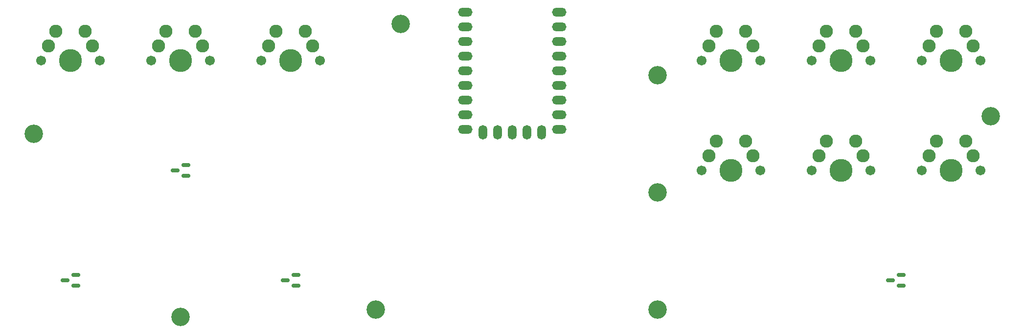
<source format=gbr>
%TF.GenerationSoftware,KiCad,Pcbnew,7.0.9*%
%TF.CreationDate,2024-01-30T16:44:38+01:00*%
%TF.ProjectId,tm-gamepad,746d2d67-616d-4657-9061-642e6b696361,rev?*%
%TF.SameCoordinates,Original*%
%TF.FileFunction,Soldermask,Bot*%
%TF.FilePolarity,Negative*%
%FSLAX46Y46*%
G04 Gerber Fmt 4.6, Leading zero omitted, Abs format (unit mm)*
G04 Created by KiCad (PCBNEW 7.0.9) date 2024-01-30 16:44:38*
%MOMM*%
%LPD*%
G01*
G04 APERTURE LIST*
G04 Aperture macros list*
%AMRoundRect*
0 Rectangle with rounded corners*
0 $1 Rounding radius*
0 $2 $3 $4 $5 $6 $7 $8 $9 X,Y pos of 4 corners*
0 Add a 4 corners polygon primitive as box body*
4,1,4,$2,$3,$4,$5,$6,$7,$8,$9,$2,$3,0*
0 Add four circle primitives for the rounded corners*
1,1,$1+$1,$2,$3*
1,1,$1+$1,$4,$5*
1,1,$1+$1,$6,$7*
1,1,$1+$1,$8,$9*
0 Add four rect primitives between the rounded corners*
20,1,$1+$1,$2,$3,$4,$5,0*
20,1,$1+$1,$4,$5,$6,$7,0*
20,1,$1+$1,$6,$7,$8,$9,0*
20,1,$1+$1,$8,$9,$2,$3,0*%
G04 Aperture macros list end*
%ADD10O,2.500000X1.500000*%
%ADD11O,1.500000X2.500000*%
%ADD12C,3.200000*%
%ADD13C,2.286000*%
%ADD14C,3.987800*%
%ADD15C,1.701800*%
%ADD16RoundRect,0.150000X0.587500X0.150000X-0.587500X0.150000X-0.587500X-0.150000X0.587500X-0.150000X0*%
G04 APERTURE END LIST*
D10*
%TO.C,U5*%
X124334000Y-37063000D03*
X124334000Y-39603000D03*
X124334000Y-42143000D03*
X124334000Y-44683000D03*
X124334000Y-47223000D03*
X124334000Y-49763000D03*
X124334000Y-52303000D03*
X124334000Y-54843000D03*
X124334000Y-57383000D03*
D11*
X127374000Y-57883000D03*
X129914000Y-57883000D03*
X132454000Y-57883000D03*
X134994000Y-57883000D03*
X137534000Y-57883000D03*
D10*
X140574000Y-57383000D03*
X140574000Y-54843000D03*
X140574000Y-52303000D03*
X140574000Y-49763000D03*
X140574000Y-47223000D03*
X140574000Y-44683000D03*
X140574000Y-42143000D03*
X140574000Y-39603000D03*
X140574000Y-37063000D03*
%TD*%
D12*
%TO.C,REF\u002A\u002A*%
X108832000Y-88625000D03*
%TD*%
%TO.C,REF\u002A\u002A*%
X157600000Y-88625000D03*
%TD*%
%TO.C,REF\u002A\u002A*%
X157600000Y-68305000D03*
%TD*%
%TO.C,REF\u002A\u002A*%
X157600000Y-47985000D03*
%TD*%
%TO.C,REF\u002A\u002A*%
X113150000Y-39095000D03*
%TD*%
%TO.C,REF\u002A\u002A*%
X75050000Y-89895000D03*
%TD*%
%TO.C,REF\u002A\u002A*%
X49650000Y-58145000D03*
%TD*%
%TO.C,REF\u002A\u002A*%
X215258000Y-55097000D03*
%TD*%
D13*
%TO.C,SW4*%
X193160000Y-61955000D03*
X186810000Y-59415000D03*
X191890000Y-59415000D03*
D14*
X189350000Y-64495000D03*
D13*
X185540000Y-61955000D03*
D15*
X194430000Y-64495000D03*
X184270000Y-64495000D03*
%TD*%
%TO.C,SW8*%
X89020000Y-45445000D03*
X99180000Y-45445000D03*
D13*
X90290000Y-42905000D03*
D14*
X94100000Y-45445000D03*
D13*
X96640000Y-40365000D03*
X91560000Y-40365000D03*
X97910000Y-42905000D03*
%TD*%
D15*
%TO.C,SW7*%
X69970000Y-45445000D03*
X80130000Y-45445000D03*
D13*
X71240000Y-42905000D03*
D14*
X75050000Y-45445000D03*
D13*
X77590000Y-40365000D03*
X72510000Y-40365000D03*
X78860000Y-42905000D03*
%TD*%
D15*
%TO.C,SW6*%
X50920000Y-45445000D03*
X61080000Y-45445000D03*
D13*
X52190000Y-42905000D03*
D14*
X56000000Y-45445000D03*
D13*
X58540000Y-40365000D03*
X53460000Y-40365000D03*
X59810000Y-42905000D03*
%TD*%
%TO.C,SW5*%
X174110000Y-61955000D03*
X167760000Y-59415000D03*
X172840000Y-59415000D03*
D14*
X170300000Y-64495000D03*
D13*
X166490000Y-61955000D03*
D15*
X175380000Y-64495000D03*
X165220000Y-64495000D03*
%TD*%
D13*
%TO.C,SW3*%
X212210000Y-61955000D03*
X205860000Y-59415000D03*
X210940000Y-59415000D03*
D14*
X208400000Y-64495000D03*
D13*
X204590000Y-61955000D03*
D15*
X213480000Y-64495000D03*
X203320000Y-64495000D03*
%TD*%
D13*
%TO.C,SW2*%
X174110000Y-42905000D03*
X167760000Y-40365000D03*
X172840000Y-40365000D03*
D14*
X170300000Y-45445000D03*
D13*
X166490000Y-42905000D03*
D15*
X175380000Y-45445000D03*
X165220000Y-45445000D03*
%TD*%
%TO.C,SW1*%
X184270000Y-45445000D03*
X194430000Y-45445000D03*
D13*
X185540000Y-42905000D03*
D14*
X189350000Y-45445000D03*
D13*
X191890000Y-40365000D03*
X186810000Y-40365000D03*
X193160000Y-42905000D03*
%TD*%
%TO.C,SW0*%
X212210000Y-42905000D03*
X205860000Y-40365000D03*
X210940000Y-40365000D03*
D14*
X208400000Y-45445000D03*
D13*
X204590000Y-42905000D03*
D15*
X213480000Y-45445000D03*
X203320000Y-45445000D03*
%TD*%
D16*
%TO.C,Front_A3*%
X199812500Y-82595000D03*
X199812500Y-84495000D03*
X197937500Y-83545000D03*
%TD*%
%TO.C,Front_A0*%
X75987500Y-63545000D03*
X75987500Y-65445000D03*
X74112500Y-64495000D03*
%TD*%
%TO.C,Front_A2*%
X93162500Y-83545000D03*
X95037500Y-84495000D03*
X95037500Y-82595000D03*
%TD*%
%TO.C,Front_A1*%
X55062500Y-83545000D03*
X56937500Y-84495000D03*
X56937500Y-82595000D03*
%TD*%
M02*

</source>
